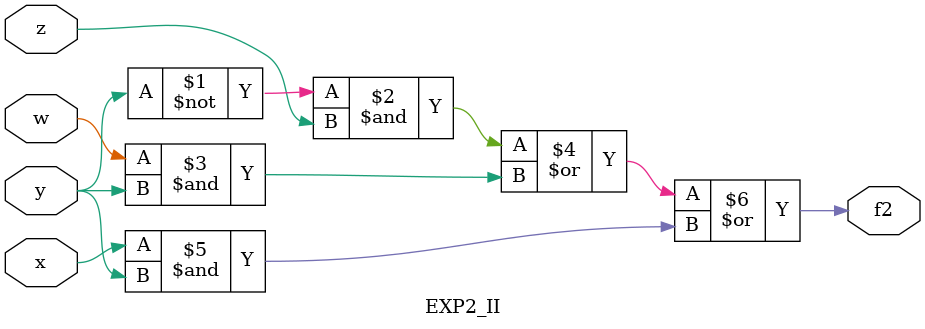
<source format=v>
module EXP2_II(w,x,y,z,f2); 
input w,x,y,z; 
output f2; 
assign f2=((~y & z)|( w & y )|(x & y)); 
endmodule
</source>
